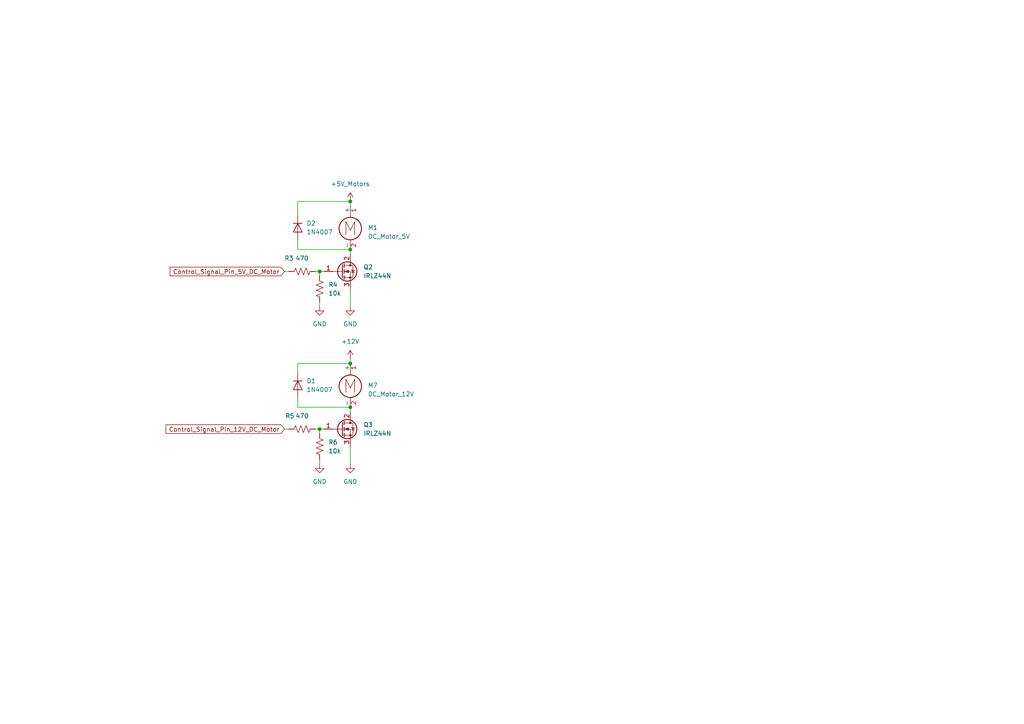
<source format=kicad_sch>
(kicad_sch (version 20231120) (generator "eeschema") (generator_version "8.0")
  (paper "A4")
  (lib_symbols
    (symbol "Device:R_US" (pin_numbers hide) (pin_names (offset 0))
      (property "Reference" "R" (at 2.54 0 90))
      (property "Value" "R_US" (at -2.54 0 90))
      (symbol "R_US_0_1"
        (polyline (pts (xy 0 -2.286) (xy 0 -2.54)))
        (polyline (pts (xy 0 2.286) (xy 0 2.54)))
        (polyline (pts (xy 0 -0.762) (xy 1.016 -1.143) (xy 0 -1.524) (xy -1.016 -1.905) (xy 0 -2.286)))
        (polyline (pts (xy 0 0.762) (xy 1.016 0.381) (xy 0 0) (xy -1.016 -0.381) (xy 0 -0.762)))
        (polyline (pts (xy 0 2.286) (xy 1.016 1.905) (xy 0 1.524) (xy -1.016 1.143) (xy 0 0.762)))
      )
      (symbol "R_US_1_1"
        (pin passive line (at 0 3.81 270) (length 1.27) (name "~") (number "1"))
        (pin passive line (at 0 -3.81 90) (length 1.27) (name "~") (number "2"))
      )
    )
    (symbol "Diode:1N4007" (pin_numbers hide) (pin_names (offset 1.016) hide)
      (property "Reference" "D" (at 0 2.54 0))
      (property "Value" "1N4007" (at 0 -2.54 0))
      (symbol "1N4007_0_1"
        (polyline (pts (xy -1.27 1.27) (xy -1.27 -1.27)) (stroke (width 0.2032)))
        (polyline (pts (xy 1.27 0) (xy -1.27 0)))
        (polyline (pts (xy 1.27 1.27) (xy 1.27 -1.27) (xy -1.27 0) (xy 1.27 1.27)) (stroke (width 0.2032)))
      )
      (symbol "1N4007_1_1"
        (pin passive line (at -3.81 0 0) (length 2.54) (name "K") (number "1"))
        (pin passive line (at 3.81 0 180) (length 2.54) (name "A") (number "2"))
      )
    )
    (symbol "Motor:Motor_DC" (pin_names (offset 0))
      (property "Reference" "M" (at 2.54 2.54 0))
      (property "Value" "Motor_DC" (at 2.54 -5.08 0))
      (symbol "Motor_DC_0_0"
        (polyline (pts (xy -1.27 -3.302) (xy -1.27 0.508) (xy 0 -2.032) (xy 1.27 0.508) (xy 1.27 -3.302)))
      )
      (symbol "Motor_DC_0_1"
        (circle (center 0 -1.524) (radius 3.2512) (stroke (width 0.254)))
        (polyline (pts (xy 0 -7.62) (xy 0 -7.112)))
        (polyline (pts (xy 0 -4.7752) (xy 0 -5.1816)))
        (polyline (pts (xy 0 1.7272) (xy 0 2.0828)))
        (polyline (pts (xy 0 2.032) (xy 0 2.54)))
      )
      (symbol "Motor_DC_1_1"
        (pin passive line (at 0 5.08 270) (length 2.54) (name "+") (number "1"))
        (pin passive line (at 0 -7.62 90) (length 2.54) (name "-") (number "2"))
      )
    )
    (symbol "Transistor_FET:IRLZ44N" (pin_names hide)
      (property "Reference" "Q" (at 6.35 1.905 0))
      (property "Value" "IRLZ44N" (at 6.35 0 0))
      (symbol "IRLZ44N_0_1"
        (polyline (pts (xy 0.254 0) (xy -2.54 0)))
        (polyline (pts (xy 0.254 1.905) (xy 0.254 -1.905)) (stroke (width 0.254)))
        (polyline (pts (xy 0.762 -1.27) (xy 0.762 -2.286)) (stroke (width 0.254)))
        (polyline (pts (xy 0.762 0.508) (xy 0.762 -0.508)) (stroke (width 0.254)))
        (polyline (pts (xy 0.762 2.286) (xy 0.762 1.27)) (stroke (width 0.254)))
        (polyline (pts (xy 2.54 2.54) (xy 2.54 1.778)))
        (polyline (pts (xy 2.54 -2.54) (xy 2.54 0) (xy 0.762 0)))
        (polyline (pts (xy 0.762 -1.778) (xy 3.302 -1.778) (xy 3.302 1.778) (xy 0.762 1.778)))
        (polyline (pts (xy 1.016 0) (xy 2.032 0.381) (xy 2.032 -0.381) (xy 1.016 0)) (fill (type outline)))
        (polyline (pts (xy 2.794 0.508) (xy 2.921 0.381) (xy 3.683 0.381) (xy 3.81 0.254)))
        (polyline (pts (xy 3.302 0.381) (xy 2.921 -0.254) (xy 3.683 -0.254) (xy 3.302 0.381)))
        (circle (center 1.651 0) (radius 2.794) (stroke (width 0.254)))
        (circle (center 2.54 -1.778) (radius 0.254) (fill (type outline)))
        (circle (center 2.54 1.778) (radius 0.254) (fill (type outline)))
      )
      (symbol "IRLZ44N_1_1"
        (pin input line (at -5.08 0 0) (length 2.54) (name "G") (number "1"))
        (pin passive line (at 2.54 5.08 270) (length 2.54) (name "D") (number "2"))
        (pin passive line (at 2.54 -5.08 90) (length 2.54) (name "S") (number "3"))
      )
    )
    (symbol "power:+5V" (power) (pin_names (offset 0))
      (property "Value" "+5V" (at 0 3.556 0))
      (symbol "+5V_0_1"
        (polyline (pts (xy -0.762 1.27) (xy 0 2.54)))
        (polyline (pts (xy 0 0) (xy 0 2.54)))
        (polyline (pts (xy 0 2.54) (xy 0.762 1.27)))
      )
      (symbol "+5V_1_1"
        (pin power_in line (at 0 0 90) (length 0) hide (name "+5V") (number "1"))
      )
    )
    (symbol "power:GND" (power) (pin_names (offset 0))
      (property "Value" "GND" (at 0 -3.81 0))
      (symbol "GND_0_1"
        (polyline (pts (xy 0 0) (xy 0 -1.27) (xy 1.27 -1.27) (xy 0 -2.54) (xy -1.27 -1.27) (xy 0 -1.27)))
      )
      (symbol "GND_1_1"
        (pin power_in line (at 0 0 270) (length 0) hide (name "GND") (number "1"))
      )
    )
  )
  (junction (at 101.6 118.11))
  (junction (at 101.6 105.41))
  (junction (at 101.6 72.39))
  (junction (at 92.71 78.74))
  (junction (at 92.71 124.46))
  (junction (at 101.6 58.42))
  (wire (pts (xy 92.71 78.74) (xy 93.98 78.74)))
  (wire (pts (xy 91.44 78.74) (xy 92.71 78.74)))
  (wire (pts (xy 86.36 115.57) (xy 86.36 118.11)))
  (wire (pts (xy 82.55 78.74) (xy 83.82 78.74)))
  (wire (pts (xy 92.71 133.35) (xy 92.71 134.62)))
  (wire (pts (xy 86.36 58.42) (xy 101.6 58.42)))
  (wire (pts (xy 82.55 124.46) (xy 83.82 124.46)))
  (wire (pts (xy 101.6 118.11) (xy 101.6 119.38)))
  (wire (pts (xy 92.71 124.46) (xy 92.71 125.73)))
  (wire (pts (xy 92.71 78.74) (xy 92.71 80.01)))
  (wire (pts (xy 92.71 87.63) (xy 92.71 88.9)))
  (wire (pts (xy 101.6 83.82) (xy 101.6 88.9)))
  (wire (pts (xy 92.71 124.46) (xy 93.98 124.46)))
  (wire (pts (xy 91.44 124.46) (xy 92.71 124.46)))
  (wire (pts (xy 101.6 129.54) (xy 101.6 134.62)))
  (wire (pts (xy 101.6 58.42) (xy 101.6 59.69)))
  (wire (pts (xy 86.36 62.23) (xy 86.36 58.42)))
  (wire (pts (xy 101.6 72.39) (xy 101.6 73.66)))
  (wire (pts (xy 86.36 118.11) (xy 101.6 118.11)))
  (wire (pts (xy 86.36 72.39) (xy 101.6 72.39)))
  (wire (pts (xy 86.36 107.95) (xy 86.36 105.41)))
  (wire (pts (xy 86.36 69.85) (xy 86.36 72.39)))
  (wire (pts (xy 86.36 105.41) (xy 101.6 105.41)))
  (wire (pts (xy 101.6 104.14) (xy 101.6 105.41)))
  (global_label "Control_Signal_Pin_12V_DC_Motor" (shape input) (at 82.55 124.46 180) (property "Intersheetrefs" "${INTERSHEET_REFS}" (effects (hide yes))))
  (global_label "Control_Signal_Pin_5V_DC_Motor" (shape input) (at 82.55 78.74 180) (property "Intersheetrefs" "${INTERSHEET_REFS}" (effects (hide yes))))
  (symbol (lib_id "power:GND") (at 101.6 134.62 0) (unit 1)
    (property "Reference" "#PWR24" (effects (hide yes)))
    (property "Value" "GND" (at 101.6 139.7 0))
    (property "Description" "Power symbol creates a global label with name \"GND\" , ground" (effects (hide yes)))
  )
  (symbol (lib_id "Transistor_FET:IRLZ44N") (at 99.06 124.46 0) (unit 1)
    (property "Reference" "Q3" (at 105.41 123.1899 0) (effects (justify left)))
    (property "Value" "IRLZ44N" (at 105.41 125.7299 0) (effects (justify left)))
    (property "Footprint" "Package_TO_SOT_THT:TO-220-3_Vertical" (effects (hide yes)))
    (property "Datasheet" "http://www.irf.com/product-info/datasheets/data/irlz44n.pdf" (effects (hide yes)))
    (property "Description" "47A Id, 55V Vds, Single N-Channel HEXFET Power MOSFET, 22mOhm Ron, TO-220AB" (effects (hide yes)))
  )
  (symbol (lib_id "Motor:Motor_DC") (at 101.6 64.77 0) (unit 1)
    (property "Reference" "M1" (at 106.68 66.0399 0) (effects (justify left)))
    (property "Value" "DC_Motor_5V" (at 106.68 68.5799 0) (effects (justify left)))
    (property "Description" "DC Motor" (effects (hide yes)))
  )
  (symbol (lib_id "Transistor_FET:IRLZ44N") (at 99.06 78.74 0) (unit 1)
    (property "Reference" "Q2" (at 105.41 77.4699 0) (effects (justify left)))
    (property "Value" "IRLZ44N" (at 105.41 80.0099 0) (effects (justify left)))
    (property "Footprint" "Package_TO_SOT_THT:TO-220-3_Vertical" (effects (hide yes)))
    (property "Datasheet" "http://www.irf.com/product-info/datasheets/data/irlz44n.pdf" (effects (hide yes)))
    (property "Description" "47A Id, 55V Vds, Single N-Channel HEXFET Power MOSFET, 22mOhm Ron, TO-220AB" (effects (hide yes)))
  )
  (symbol (lib_id "Device:R_US") (at 87.63 78.74 90) (unit 1)
    (property "Reference" "R3" (at 83.82 74.93 90))
    (property "Value" "470" (at 87.63 74.93 90))
    (property "Footprint" "Resistor_THT:R_Axial_DIN0207_L6.3mm_D2.5mm_P7.62mm_Horizontal" (effects (hide yes)))
    (property "Description" "Resistor, US symbol" (effects (hide yes)))
  )
  (symbol (lib_id "Diode:1N4007") (at 86.36 66.04 270) (unit 1)
    (property "Reference" "D2" (at 88.9 64.7699 90) (effects (justify left)))
    (property "Value" "1N4007" (at 88.9 67.3099 90) (effects (justify left)))
    (property "Footprint" "Diode_THT:D_DO-41_SOD81_P10.16mm_Horizontal" (effects (hide yes)))
    (property "Datasheet" "http://www.vishay.com/docs/88503/1n4001.pdf" (effects (hide yes)))
    (property "Description" "1000V 1A General Purpose Rectifier Diode, DO-41" (effects (hide yes)))
  )
  (symbol (lib_id "Device:R_US") (at 92.71 129.54 180) (unit 1)
    (property "Reference" "R6" (at 95.25 128.2699 0) (effects (justify right)))
    (property "Value" "10k" (at 95.25 130.8099 0) (effects (justify right)))
    (property "Footprint" "Resistor_THT:R_Axial_DIN0207_L6.3mm_D2.5mm_P7.62mm_Horizontal" (effects (hide yes)))
    (property "Description" "Resistor, US symbol" (effects (hide yes)))
  )
  (symbol (lib_id "Device:R_US") (at 87.63 124.46 90) (unit 1)
    (property "Reference" "R5" (at 84.074 120.65 90))
    (property "Value" "470" (at 87.63 120.65 90))
    (property "Footprint" "Resistor_THT:R_Axial_DIN0207_L6.3mm_D2.5mm_P7.62mm_Horizontal" (effects (hide yes)))
    (property "Description" "Resistor, US symbol" (effects (hide yes)))
  )
  (symbol (lib_id "power:+5V") (at 101.6 104.14 0) (unit 1)
    (property "Reference" "#PWR23" (effects (hide yes)))
    (property "Value" "+12V" (at 101.6 99.06 0))
    (property "Description" "Power symbol creates a global label with name \"+5V\"" (effects (hide yes)))
  )
  (symbol (lib_id "Diode:1N4007") (at 86.36 111.76 270) (unit 1)
    (property "Reference" "D1" (at 88.9 110.4899 90) (effects (justify left)))
    (property "Value" "1N4007" (at 88.9 113.0299 90) (effects (justify left)))
    (property "Footprint" "Diode_THT:D_DO-41_SOD81_P10.16mm_Horizontal" (effects (hide yes)))
    (property "Datasheet" "http://www.vishay.com/docs/88503/1n4001.pdf" (effects (hide yes)))
    (property "Description" "1000V 1A General Purpose Rectifier Diode, DO-41" (effects (hide yes)))
  )
  (symbol (lib_id "power:GND") (at 92.71 134.62 0) (unit 1)
    (property "Reference" "#PWR22" (effects (hide yes)))
    (property "Value" "GND" (at 92.71 139.7 0))
    (property "Description" "Power symbol creates a global label with name \"GND\" , ground" (effects (hide yes)))
  )
  (symbol (lib_id "power:GND") (at 92.71 88.9 0) (unit 1)
    (property "Reference" "#PWR15" (effects (hide yes)))
    (property "Value" "GND" (at 92.71 93.98 0))
    (property "Description" "Power symbol creates a global label with name \"GND\" , ground" (effects (hide yes)))
  )
  (symbol (lib_id "Motor:Motor_DC") (at 101.6 110.49 0) (unit 1)
    (property "Reference" "M7" (at 106.68 111.7599 0) (effects (justify left)))
    (property "Value" "DC_Motor_12V" (at 106.68 114.2999 0) (effects (justify left)))
    (property "Description" "DC Motor" (effects (hide yes)))
  )
  (symbol (lib_id "Device:R_US") (at 92.71 83.82 180) (unit 1)
    (property "Reference" "R4" (at 95.25 82.5499 0) (effects (justify right)))
    (property "Value" "10k" (at 95.25 85.0899 0) (effects (justify right)))
    (property "Footprint" "Resistor_THT:R_Axial_DIN0207_L6.3mm_D2.5mm_P7.62mm_Horizontal" (effects (hide yes)))
    (property "Description" "Resistor, US symbol" (effects (hide yes)))
  )
  (symbol (lib_id "power:+5V") (at 101.6 58.42 0) (unit 1)
    (property "Reference" "#PWR21" (effects (hide yes)))
    (property "Value" "+5V_Motors" (at 101.6 53.34 0))
    (property "Description" "Power symbol creates a global label with name \"+5V\"" (effects (hide yes)))
  )
  (symbol (lib_id "power:GND") (at 101.6 88.9 0) (unit 1)
    (property "Reference" "#PWR16" (effects (hide yes)))
    (property "Value" "GND" (at 101.6 93.98 0))
    (property "Description" "Power symbol creates a global label with name \"GND\" , ground" (effects (hide yes)))
  )
)
</source>
